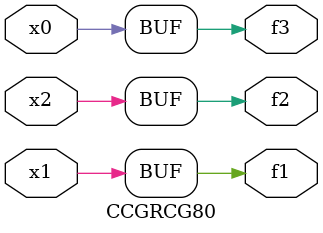
<source format=v>
module CCGRCG80(
	input x0, x1, x2,
	output f1, f2, f3
);
	assign f1 = x1;
	assign f2 = x2;
	assign f3 = x0;
endmodule

</source>
